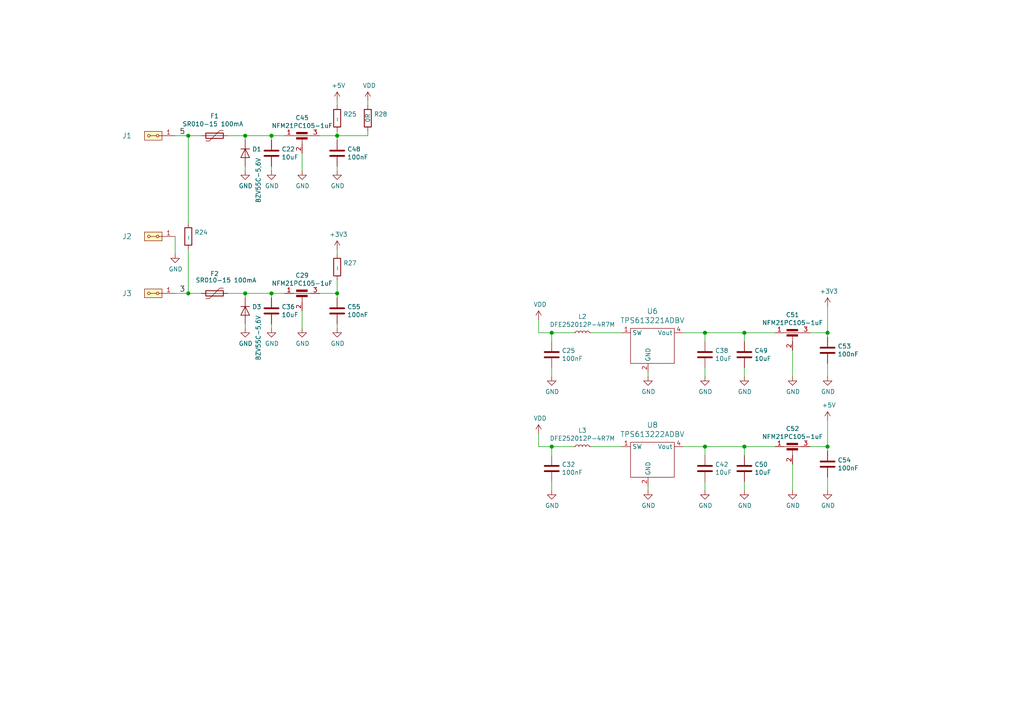
<source format=kicad_sch>
(kicad_sch (version 20211123) (generator eeschema)
  (paper "A4")
  (title_block (date "%F"))
  (lib_symbols
    (symbol "Device:L_Small" (pin_numbers hide) (pin_names (offset 0.254) hide)
      (property "Reference" "L" (at 0.762 1.016 0))
      (property "Value" "L_Small" (at 0.762 -1.016 0))
      (symbol "L_Small_0_1"
        (arc (start 0 -2.032) (mid 0.508 -1.524) (end 0 -1.016))
        (arc (start 0 -1.016) (mid 0.508 -0.508) (end 0 0))
        (arc (start 0 0) (mid 0.508 0.508) (end 0 1.016))
        (arc (start 0 1.016) (mid 0.508 1.524) (end 0 2.032))
      )
      (symbol "L_Small_1_1"
        (pin passive line (at 0 2.54 270) (length 0.508) (name "~") (number "1"))
        (pin passive line (at 0 -2.54 90) (length 0.508) (name "~") (number "2"))
      )
    )
    (symbol "Device:R" (pin_numbers hide) (pin_names (offset 0))
      (property "Reference" "R" (at 2.032 0 90))
      (property "Value" "R" (at 0 0 90))
      (symbol "R_0_1"
        (rectangle (start -1.016 -2.54) (end 1.016 2.54) (stroke (width 0.254)))
      )
      (symbol "R_1_1"
        (pin passive line (at 0 3.81 270) (length 1.27) (name "~") (number "1"))
        (pin passive line (at 0 -3.81 90) (length 1.27) (name "~") (number "2"))
      )
    )
    (symbol "MLAB_HEADER:HEADER_2x01_PARALLEL" (pin_names (offset 1.016))
      (property "Reference" "J" (at 0 -2.54 0))
      (property "Value" "HEADER_2x01_PARALLEL" (at 0 2.54 0))
      (symbol "HEADER_2x01_PARALLEL_0_1"
        (rectangle (start -2.54 1.27) (end 2.54 -1.27) (fill (type background)))
        (circle (center -1.27 0) (radius 0.381))
        (polyline (pts (xy -1.651 0) (xy -2.54 0)))
        (polyline (pts (xy -0.889 0) (xy 0.889 0)))
        (circle (center 1.27 0) (radius 0.381))
      )
      (symbol "HEADER_2x01_PARALLEL_1_1"
        (pin input line (at -6.35 0 0) (length 3.81) (name "~") (number "1"))
        (pin input line (at -6.35 0 0) (length 3.81) hide (name "~") (number "2"))
      )
    )
    (symbol "MLAB_IO:TPS61322xA"
      (property "Reference" "U" (at 0 0 0))
      (property "Value" "TPS61322xA" (at 7.62 7.62 0))
      (symbol "TPS61322xA_0_1"
        (rectangle (start -5.08 3.81) (end 7.62 -6.35))
      )
      (symbol "TPS61322xA_1_1"
        (pin unspecified line (at -7.62 2.54 0) (length 2.54) (name "SW") (number "1"))
        (pin unspecified line (at 0 -8.89 90) (length 2.54) (name "GND") (number "2"))
        (pin unspecified line (at 10.16 2.54 180) (length 2.54) (name "Vout") (number "4"))
      )
    )
    (symbol "SPACEDOS01A_PCB01A-rescue:C-device-DATALOGGER01A-rescue-CCP2019V01A-rescue" (pin_numbers hide) (pin_names (offset 0.254))
      (property "Reference" "C" (at 0.635 2.54 0))
      (property "Value" "C-device-DATALOGGER01A-rescue-CCP2019V01A-rescue" (at 0.635 -2.54 0))
      (symbol "C-device-DATALOGGER01A-rescue-CCP2019V01A-rescue_0_1"
        (polyline (pts (xy -2.032 -0.762) (xy 2.032 -0.762)) (stroke (width 0.508)))
        (polyline (pts (xy -2.032 0.762) (xy 2.032 0.762)) (stroke (width 0.508)))
      )
      (symbol "C-device-DATALOGGER01A-rescue-CCP2019V01A-rescue_1_1"
        (pin passive line (at 0 3.81 270) (length 2.794) (name "~") (number "1"))
        (pin passive line (at 0 -3.81 90) (length 2.794) (name "~") (number "2"))
      )
    )
    (symbol "SPACEDOS01A_PCB01A-rescue:D-device-DATALOGGER01A-rescue-CCP2019V01A-rescue" (pin_numbers hide) (pin_names (offset 1.016) hide)
      (property "Reference" "D" (at 0 2.54 0))
      (property "Value" "D-device-DATALOGGER01A-rescue-CCP2019V01A-rescue" (at 0 -2.54 0))
      (symbol "D-device-DATALOGGER01A-rescue-CCP2019V01A-rescue_0_1"
        (polyline (pts (xy -1.27 1.27) (xy -1.27 -1.27)) (stroke (width 0.2032)))
        (polyline (pts (xy 1.27 0) (xy -1.27 0)))
        (polyline (pts (xy 1.27 1.27) (xy 1.27 -1.27) (xy -1.27 0) (xy 1.27 1.27)) (stroke (width 0.2032)))
      )
      (symbol "D-device-DATALOGGER01A-rescue-CCP2019V01A-rescue_1_1"
        (pin passive line (at -3.81 0 0) (length 2.54) (name "K") (number "1"))
        (pin passive line (at 3.81 0 180) (length 2.54) (name "A") (number "2"))
      )
    )
    (symbol "SPACEDOS01A_PCB01A-rescue:EMI_Filter_C-device-DATALOGGER01A-rescue-CCP2019V01A-rescue" (pin_names (offset 0.254) hide)
      (property "Reference" "C" (at 0 7.62 0))
      (property "Value" "EMI_Filter_C-device-DATALOGGER01A-rescue-CCP2019V01A-rescue" (at 0 5.715 0))
      (symbol "EMI_Filter_C-device-DATALOGGER01A-rescue-CCP2019V01A-rescue_0_1"
        (rectangle (start -1.651 1.524) (end 1.524 2.032) (fill (type outline)))
        (polyline (pts (xy -2.54 2.54) (xy 2.54 2.54)))
        (polyline (pts (xy 0 0) (xy 0 1.778)))
        (rectangle (start 1.524 3.048) (end -1.651 3.556) (fill (type outline)))
      )
      (symbol "EMI_Filter_C-device-DATALOGGER01A-rescue-CCP2019V01A-rescue_1_1"
        (pin passive line (at -5.08 2.54 0) (length 2.54) (name "1") (number "1"))
        (pin passive line (at 0 -2.54 90) (length 2.54) (name "2") (number "2"))
        (pin passive line (at 5.08 2.54 180) (length 2.54) (name "3") (number "3"))
      )
    )
    (symbol "SPACEDOS01A_PCB01A-rescue:Polyfuse-device-DATALOGGER01A-rescue-CCP2019V01A-rescue" (pin_numbers hide) (pin_names (offset 0))
      (property "Reference" "F" (at -2.54 0 90))
      (property "Value" "Polyfuse-device-DATALOGGER01A-rescue-CCP2019V01A-rescue" (at 2.54 0 90))
      (symbol "Polyfuse-device-DATALOGGER01A-rescue-CCP2019V01A-rescue_0_1"
        (rectangle (start -0.762 2.54) (end 0.762 -2.54) (stroke (width 0.254)))
        (polyline (pts (xy 0 2.54) (xy 0 -2.54)))
        (polyline (pts (xy -1.524 2.54) (xy -1.524 1.524) (xy 1.524 -1.524) (xy 1.524 -2.54)))
      )
      (symbol "Polyfuse-device-DATALOGGER01A-rescue-CCP2019V01A-rescue_1_1"
        (pin passive line (at 0 3.81 270) (length 1.27) (name "~") (number "1"))
        (pin passive line (at 0 -3.81 90) (length 1.27) (name "~") (number "2"))
      )
    )
    (symbol "power:+3.3V" (power) (pin_names (offset 0))
      (property "Value" "+3.3V" (at 0 3.556 0))
      (symbol "+3.3V_0_1"
        (polyline (pts (xy -0.762 1.27) (xy 0 2.54)))
        (polyline (pts (xy 0 0) (xy 0 2.54)))
        (polyline (pts (xy 0 2.54) (xy 0.762 1.27)))
      )
      (symbol "+3.3V_1_1"
        (pin power_in line (at 0 0 90) (length 0) hide (name "+3V3") (number "1"))
      )
    )
    (symbol "power:+5V" (power) (pin_names (offset 0))
      (property "Value" "+5V" (at 0 3.556 0))
      (symbol "+5V_0_1"
        (polyline (pts (xy -0.762 1.27) (xy 0 2.54)))
        (polyline (pts (xy 0 0) (xy 0 2.54)))
        (polyline (pts (xy 0 2.54) (xy 0.762 1.27)))
      )
      (symbol "+5V_1_1"
        (pin power_in line (at 0 0 90) (length 0) hide (name "+5V") (number "1"))
      )
    )
    (symbol "power:GND" (power) (pin_names (offset 0))
      (property "Value" "GND" (at 0 -3.81 0))
      (symbol "GND_0_1"
        (polyline (pts (xy 0 0) (xy 0 -1.27) (xy 1.27 -1.27) (xy 0 -2.54) (xy -1.27 -1.27) (xy 0 -1.27)))
      )
      (symbol "GND_1_1"
        (pin power_in line (at 0 0 270) (length 0) hide (name "GND") (number "1"))
      )
    )
    (symbol "power:VDD" (power) (pin_names (offset 0))
      (property "Value" "VDD" (at 0 3.81 0))
      (symbol "VDD_0_1"
        (polyline (pts (xy -0.762 1.27) (xy 0 2.54)))
        (polyline (pts (xy 0 0) (xy 0 2.54)))
        (polyline (pts (xy 0 2.54) (xy 0.762 1.27)))
      )
      (symbol "VDD_1_1"
        (pin power_in line (at 0 0 90) (length 0) hide (name "VDD") (number "1"))
      )
    )
  )
  (junction (at 204.47 96.52) (diameter 1.016))
  (junction (at 97.79 85.09) (diameter 1.016))
  (junction (at 160.02 96.52) (diameter 1.016))
  (junction (at 240.03 96.52) (diameter 1.016))
  (junction (at 54.61 85.09) (diameter 1.016))
  (junction (at 71.12 39.37) (diameter 1.016))
  (junction (at 215.9 129.54) (diameter 1.016))
  (junction (at 160.02 129.54) (diameter 1.016))
  (junction (at 78.74 39.37) (diameter 1.016))
  (junction (at 204.47 129.54) (diameter 1.016))
  (junction (at 240.03 129.54) (diameter 1.016))
  (junction (at 78.74 85.09) (diameter 1.016))
  (junction (at 97.79 39.37) (diameter 1.016))
  (junction (at 71.12 85.09) (diameter 1.016))
  (junction (at 215.9 96.52) (diameter 1.016))
  (junction (at 54.61 39.37) (diameter 1.016))
  (wire (pts (xy 204.47 96.52) (xy 215.9 96.52)))
  (wire (pts (xy 240.03 105.41) (xy 240.03 109.22)))
  (wire (pts (xy 215.9 129.54) (xy 224.79 129.54)))
  (wire (pts (xy 78.74 40.64) (xy 78.74 39.37)))
  (wire (pts (xy 156.21 129.54) (xy 160.02 129.54)))
  (wire (pts (xy 71.12 85.09) (xy 78.74 85.09)))
  (wire (pts (xy 78.74 86.36) (xy 78.74 85.09)))
  (wire (pts (xy 66.04 85.09) (xy 71.12 85.09)))
  (wire (pts (xy 106.68 39.37) (xy 106.68 38.1)))
  (wire (pts (xy 54.61 72.39) (xy 54.61 85.09)))
  (wire (pts (xy 78.74 93.98) (xy 78.74 95.25)))
  (wire (pts (xy 71.12 40.64) (xy 71.12 39.37)))
  (wire (pts (xy 215.9 96.52) (xy 224.79 96.52)))
  (wire (pts (xy 204.47 99.06) (xy 204.47 96.52)))
  (wire (pts (xy 54.61 85.09) (xy 58.42 85.09)))
  (wire (pts (xy 78.74 48.26) (xy 78.74 49.53)))
  (wire (pts (xy 71.12 39.37) (xy 78.74 39.37)))
  (wire (pts (xy 87.63 44.45) (xy 87.63 49.53)))
  (wire (pts (xy 156.21 96.52) (xy 160.02 96.52)))
  (wire (pts (xy 229.87 134.62) (xy 229.87 142.24)))
  (wire (pts (xy 240.03 138.43) (xy 240.03 142.24)))
  (wire (pts (xy 204.47 142.24) (xy 204.47 139.7)))
  (wire (pts (xy 97.79 95.25) (xy 97.79 93.98)))
  (wire (pts (xy 187.96 109.22) (xy 187.96 107.95)))
  (wire (pts (xy 97.79 39.37) (xy 106.68 39.37)))
  (wire (pts (xy 97.79 73.66) (xy 97.79 72.39)))
  (wire (pts (xy 97.79 85.09) (xy 97.79 86.36)))
  (wire (pts (xy 71.12 86.36) (xy 71.12 85.09)))
  (wire (pts (xy 50.8 68.58) (xy 50.8 73.66)))
  (wire (pts (xy 160.02 106.68) (xy 160.02 109.22)))
  (wire (pts (xy 204.47 129.54) (xy 215.9 129.54)))
  (wire (pts (xy 156.21 92.71) (xy 156.21 96.52)))
  (wire (pts (xy 215.9 132.08) (xy 215.9 129.54)))
  (wire (pts (xy 106.68 29.21) (xy 106.68 30.48)))
  (wire (pts (xy 97.79 30.48) (xy 97.79 29.21)))
  (wire (pts (xy 50.8 39.37) (xy 54.61 39.37)))
  (wire (pts (xy 160.02 129.54) (xy 160.02 132.08)))
  (wire (pts (xy 234.95 96.52) (xy 240.03 96.52)))
  (wire (pts (xy 97.79 39.37) (xy 97.79 40.64)))
  (wire (pts (xy 160.02 129.54) (xy 166.37 129.54)))
  (wire (pts (xy 78.74 85.09) (xy 82.55 85.09)))
  (wire (pts (xy 66.04 39.37) (xy 71.12 39.37)))
  (wire (pts (xy 171.45 129.54) (xy 180.34 129.54)))
  (wire (pts (xy 160.02 139.7) (xy 160.02 142.24)))
  (wire (pts (xy 204.47 109.22) (xy 204.47 106.68)))
  (wire (pts (xy 198.12 129.54) (xy 204.47 129.54)))
  (wire (pts (xy 229.87 101.6) (xy 229.87 109.22)))
  (wire (pts (xy 215.9 109.22) (xy 215.9 106.68)))
  (wire (pts (xy 54.61 39.37) (xy 58.42 39.37)))
  (wire (pts (xy 240.03 129.54) (xy 240.03 130.81)))
  (wire (pts (xy 240.03 88.9) (xy 240.03 96.52)))
  (wire (pts (xy 50.8 85.09) (xy 54.61 85.09)))
  (wire (pts (xy 87.63 90.17) (xy 87.63 95.25)))
  (wire (pts (xy 240.03 96.52) (xy 240.03 97.79)))
  (wire (pts (xy 171.45 96.52) (xy 180.34 96.52)))
  (wire (pts (xy 156.21 125.73) (xy 156.21 129.54)))
  (wire (pts (xy 78.74 39.37) (xy 82.55 39.37)))
  (wire (pts (xy 92.71 85.09) (xy 97.79 85.09)))
  (wire (pts (xy 97.79 49.53) (xy 97.79 48.26)))
  (wire (pts (xy 97.79 38.1) (xy 97.79 39.37)))
  (wire (pts (xy 92.71 39.37) (xy 97.79 39.37)))
  (wire (pts (xy 198.12 96.52) (xy 204.47 96.52)))
  (wire (pts (xy 160.02 96.52) (xy 166.37 96.52)))
  (wire (pts (xy 234.95 129.54) (xy 240.03 129.54)))
  (wire (pts (xy 160.02 96.52) (xy 160.02 99.06)))
  (wire (pts (xy 215.9 99.06) (xy 215.9 96.52)))
  (wire (pts (xy 204.47 132.08) (xy 204.47 129.54)))
  (wire (pts (xy 240.03 121.92) (xy 240.03 129.54)))
  (wire (pts (xy 97.79 81.28) (xy 97.79 85.09)))
  (wire (pts (xy 54.61 39.37) (xy 54.61 64.77)))
  (wire (pts (xy 215.9 142.24) (xy 215.9 139.7)))
  (wire (pts (xy 187.96 142.24) (xy 187.96 140.97)))
  (wire (pts (xy 71.12 95.25) (xy 71.12 93.98)))
  (wire (pts (xy 71.12 49.53) (xy 71.12 48.26)))
  (label "5" (at 52.07 39.37 0) (effects (font (size 1.524 1.524))))
  (label "3" (at 52.07 85.09 0) (effects (font (size 1.524 1.524))))
  (symbol (lib_id "MLAB_HEADER:HEADER_2x01_PARALLEL") (at 44.45 39.37 180) (unit 1)
    (property "Reference" "J1" (at 36.83 39.37 0) (effects (font (size 1.524 1.524))))
    (property "Value" "HEADER_2x01_PARALLEL" (effects hide))
    (property "Footprint" "Mlab_Pin_Headers:Straight_1x02" (effects hide))
  )
  (symbol (lib_id "SPACEDOS01A_PCB01A-rescue:D-device-DATALOGGER01A-rescue-CCP2019V01A-rescue") (at 71.12 90.17 270) (unit 1)
    (property "Reference" "D3" (at 73.1266 89.0016 90) (effects (justify left)))
    (property "Value" "BZV55C-5,6V" (at 74.93 91.44 0) (effects (justify left)))
    (property "Footprint" "Diode_SMD:D_MiniMELF" (effects hide))
  )
  (symbol (lib_id "power:GND") (at 71.12 95.25 0) (unit 1)
    (property "Reference" "#PWR0113" (effects hide))
    (property "Value" "GND" (at 71.247 99.6442 0))
  )
  (symbol (lib_id "SPACEDOS01A_PCB01A-rescue:EMI_Filter_C-device-DATALOGGER01A-rescue-CCP2019V01A-rescue") (at 87.63 87.63 0) (unit 1)
    (property "Reference" "C29" (at 87.63 79.883 0))
    (property "Value" "NFM21PC105-1uF" (at 87.63 82.1944 0))
    (property "Footprint" "Mlab_L:FIR1" (effects hide))
    (property "Datasheet" "http://www.murata.com/~/media/webrenewal/support/library/catalog/products/emc/emifil/c31e.ashx?la=en-gb" (effects hide))
  )
  (symbol (lib_id "SPACEDOS01A_PCB01A-rescue:C-device-DATALOGGER01A-rescue-CCP2019V01A-rescue") (at 97.79 90.17 0) (unit 1)
    (property "Reference" "C55" (at 100.711 89.0016 0) (effects (justify left)))
    (property "Value" "100nF" (at 100.711 91.313 0) (effects (justify left)))
    (property "Footprint" "Mlab_R:SMD-0805" (effects hide))
  )
  (symbol (lib_id "power:GND") (at 78.74 95.25 0) (unit 1)
    (property "Reference" "#PWR0114" (effects hide))
    (property "Value" "GND" (at 78.867 99.6442 0))
  )
  (symbol (lib_id "power:GND") (at 97.79 95.25 0) (unit 1)
    (property "Reference" "#PWR0137" (effects hide))
    (property "Value" "GND" (at 97.917 99.6442 0))
  )
  (symbol (lib_id "power:GND") (at 87.63 95.25 0) (unit 1)
    (property "Reference" "#PWR0139" (effects hide))
    (property "Value" "GND" (at 87.757 99.6442 0))
  )
  (symbol (lib_id "SPACEDOS01A_PCB01A-rescue:Polyfuse-device-DATALOGGER01A-rescue-CCP2019V01A-rescue") (at 62.23 85.09 270) (unit 1)
    (property "Reference" "F2" (at 62.23 79.375 90))
    (property "Value" "SR010-15 100mA " (at 66.04 81.28 90))
    (property "Footprint" "Mlab_R:SMD-0805" (effects hide))
  )
  (symbol (lib_id "MLAB_HEADER:HEADER_2x01_PARALLEL") (at 44.45 85.09 180) (unit 1)
    (property "Reference" "J3" (at 36.83 85.09 0) (effects (font (size 1.524 1.524))))
    (property "Value" "HEADER_2x01_PARALLEL" (effects hide))
    (property "Footprint" "Mlab_Pin_Headers:Straight_1x02" (effects hide))
  )
  (symbol (lib_id "Device:R") (at 54.61 68.58 0) (unit 1)
    (property "Reference" "R24" (at 56.388 67.4116 0) (effects (justify left)))
    (property "Value" "-" (at 54.61 69.85 90) (effects (justify left)))
    (property "Footprint" "Mlab_R:SMD-0805" (effects hide))
  )
  (symbol (lib_id "MLAB_HEADER:HEADER_2x01_PARALLEL") (at 44.45 68.58 180) (unit 1)
    (property "Reference" "J2" (at 36.83 68.58 0) (effects (font (size 1.524 1.524))))
    (property "Value" "HEADER_2x01_PARALLEL" (effects hide))
    (property "Footprint" "Mlab_Pin_Headers:Straight_1x02" (effects hide))
  )
  (symbol (lib_id "power:GND") (at 50.8 73.66 0) (unit 1)
    (property "Reference" "#PWR0141" (effects hide))
    (property "Value" "GND" (at 50.927 78.0542 0))
  )
  (symbol (lib_id "power:+5V") (at 97.79 29.21 0) (unit 1)
    (property "Reference" "#PWR0172" (effects hide))
    (property "Value" "+5V" (at 98.171 24.8158 0))
  )
  (symbol (lib_id "Device:R") (at 97.79 77.47 0) (unit 1)
    (property "Reference" "R27" (at 99.568 76.3016 0) (effects (justify left)))
    (property "Value" "-" (at 97.79 78.74 90) (effects (justify left)))
    (property "Footprint" "Mlab_R:SMD-0805" (effects hide))
  )
  (symbol (lib_id "power:+3.3V") (at 97.79 72.39 0) (unit 1)
    (property "Reference" "#PWR0173" (effects hide))
    (property "Value" "+3.3V" (at 98.171 67.9958 0))
  )
  (symbol (lib_id "Device:R") (at 97.79 34.29 0) (unit 1)
    (property "Reference" "R25" (at 99.568 33.1216 0) (effects (justify left)))
    (property "Value" "-" (at 97.79 35.56 90) (effects (justify left)))
    (property "Footprint" "Mlab_R:SMD-0805" (effects hide))
  )
  (symbol (lib_id "Device:R") (at 106.68 34.29 0) (unit 1)
    (property "Reference" "R28" (at 108.458 33.1216 0) (effects (justify left)))
    (property "Value" "0R" (at 106.68 35.56 90) (effects (justify left)))
    (property "Footprint" "Mlab_R:SMD-0805" (effects hide))
  )
  (symbol (lib_id "power:VDD") (at 106.68 29.21 0) (unit 1)
    (property "Reference" "#PWR0174" (effects hide))
    (property "Value" "VDD" (at 107.1118 24.8158 0))
  )
  (symbol (lib_id "SPACEDOS01A_PCB01A-rescue:C-device-DATALOGGER01A-rescue-CCP2019V01A-rescue") (at 78.74 44.45 0) (unit 1)
    (property "Reference" "C22" (at 81.661 43.2816 0) (effects (justify left)))
    (property "Value" "10uF" (at 81.661 45.593 0) (effects (justify left)))
    (property "Footprint" "Mlab_R:SMD-0805" (effects hide))
  )
  (symbol (lib_id "SPACEDOS01A_PCB01A-rescue:C-device-DATALOGGER01A-rescue-CCP2019V01A-rescue") (at 78.74 90.17 0) (unit 1)
    (property "Reference" "C36" (at 81.661 89.0016 0) (effects (justify left)))
    (property "Value" "10uF" (at 81.661 91.313 0) (effects (justify left)))
    (property "Footprint" "Mlab_R:SMD-0805" (effects hide))
  )
  (symbol (lib_id "SPACEDOS01A_PCB01A-rescue:D-device-DATALOGGER01A-rescue-CCP2019V01A-rescue") (at 71.12 44.45 270) (unit 1)
    (property "Reference" "D1" (at 73.1266 43.2816 90) (effects (justify left)))
    (property "Value" "BZV55C-5,6V" (at 74.93 45.72 0) (effects (justify left)))
    (property "Footprint" "Diode_SMD:D_MiniMELF" (effects hide))
  )
  (symbol (lib_id "power:GND") (at 71.12 49.53 0) (unit 1)
    (property "Reference" "#PWR0115" (effects hide))
    (property "Value" "GND" (at 71.247 53.9242 0))
  )
  (symbol (lib_id "SPACEDOS01A_PCB01A-rescue:EMI_Filter_C-device-DATALOGGER01A-rescue-CCP2019V01A-rescue") (at 87.63 41.91 0) (unit 1)
    (property "Reference" "C45" (at 87.63 34.163 0))
    (property "Value" "NFM21PC105-1uF" (at 87.63 36.4744 0))
    (property "Footprint" "Mlab_L:FIR1" (effects hide))
    (property "Datasheet" "http://www.murata.com/~/media/webrenewal/support/library/catalog/products/emc/emifil/c31e.ashx?la=en-gb" (effects hide))
  )
  (symbol (lib_id "SPACEDOS01A_PCB01A-rescue:C-device-DATALOGGER01A-rescue-CCP2019V01A-rescue") (at 97.79 44.45 0) (unit 1)
    (property "Reference" "C48" (at 100.711 43.2816 0) (effects (justify left)))
    (property "Value" "100nF" (at 100.711 45.593 0) (effects (justify left)))
    (property "Footprint" "Mlab_R:SMD-0805" (effects hide))
  )
  (symbol (lib_id "power:GND") (at 78.74 49.53 0) (unit 1)
    (property "Reference" "#PWR0125" (effects hide))
    (property "Value" "GND" (at 78.867 53.9242 0))
  )
  (symbol (lib_id "power:GND") (at 97.79 49.53 0) (unit 1)
    (property "Reference" "#PWR0138" (effects hide))
    (property "Value" "GND" (at 97.917 53.9242 0))
  )
  (symbol (lib_id "power:GND") (at 87.63 49.53 0) (unit 1)
    (property "Reference" "#PWR0140" (effects hide))
    (property "Value" "GND" (at 87.757 53.9242 0))
  )
  (symbol (lib_id "SPACEDOS01A_PCB01A-rescue:Polyfuse-device-DATALOGGER01A-rescue-CCP2019V01A-rescue") (at 62.23 39.37 270) (unit 1)
    (property "Reference" "F1" (at 62.23 33.655 90))
    (property "Value" "SR010-15 100mA " (at 62.23 35.9664 90))
    (property "Footprint" "Mlab_R:SMD-0805" (effects hide))
  )
  (symbol (lib_id "Device:L_Small") (at 168.91 96.52 90) (unit 1)
    (property "Reference" "L2" (at 168.91 91.821 90))
    (property "Value" "DFE252012P-4R7M" (at 168.91 94.1324 90))
    (property "Footprint" "Resistor_SMD:R_0805_2012Metric_Pad1.15x1.40mm_HandSolder" (effects hide))
  )
  (symbol (lib_id "MLAB_IO:TPS61322xA") (at 187.96 99.06 0) (unit 1)
    (property "Reference" "U6" (at 189.23 90.2462 0) (effects (font (size 1.524 1.524))))
    (property "Value" "TPS613221ADBV" (at 189.23 92.9386 0) (effects (font (size 1.524 1.524))))
    (property "Footprint" "Package_TO_SOT_SMD:SOT-23-5" (effects hide))
  )
  (symbol (lib_id "SPACEDOS01A_PCB01A-rescue:C-device-DATALOGGER01A-rescue-CCP2019V01A-rescue") (at 204.47 102.87 0) (unit 1)
    (property "Reference" "C38" (at 207.391 101.7016 0) (effects (justify left)))
    (property "Value" "10uF" (at 207.391 104.013 0) (effects (justify left)))
    (property "Footprint" "Mlab_R:SMD-0805" (effects hide))
  )
  (symbol (lib_id "SPACEDOS01A_PCB01A-rescue:C-device-DATALOGGER01A-rescue-CCP2019V01A-rescue") (at 215.9 102.87 0) (unit 1)
    (property "Reference" "C49" (at 218.821 101.7016 0) (effects (justify left)))
    (property "Value" "10uF" (at 218.821 104.013 0) (effects (justify left)))
    (property "Footprint" "Mlab_R:SMD-0805" (effects hide))
  )
  (symbol (lib_id "power:VDD") (at 156.21 92.71 0) (unit 1)
    (property "Reference" "#PWR0148" (effects hide))
    (property "Value" "VDD" (at 156.6418 88.3158 0))
  )
  (symbol (lib_id "power:GND") (at 187.96 109.22 0) (unit 1)
    (property "Reference" "#PWR0149" (effects hide))
    (property "Value" "GND" (at 188.087 113.6142 0))
  )
  (symbol (lib_id "power:GND") (at 204.47 109.22 0) (unit 1)
    (property "Reference" "#PWR0150" (effects hide))
    (property "Value" "GND" (at 204.597 113.6142 0))
  )
  (symbol (lib_id "power:GND") (at 215.9 109.22 0) (unit 1)
    (property "Reference" "#PWR0151" (effects hide))
    (property "Value" "GND" (at 216.027 113.6142 0))
  )
  (symbol (lib_id "power:+5V") (at 240.03 121.92 0) (unit 1)
    (property "Reference" "#PWR0152" (effects hide))
    (property "Value" "+5V" (at 240.411 117.5258 0))
  )
  (symbol (lib_id "power:+3.3V") (at 240.03 88.9 0) (unit 1)
    (property "Reference" "#PWR0155" (effects hide))
    (property "Value" "+3.3V" (at 240.411 84.5058 0))
  )
  (symbol (lib_id "SPACEDOS01A_PCB01A-rescue:C-device-DATALOGGER01A-rescue-CCP2019V01A-rescue") (at 160.02 102.87 0) (unit 1)
    (property "Reference" "C25" (at 162.941 101.7016 0) (effects (justify left)))
    (property "Value" "100nF" (at 162.941 104.013 0) (effects (justify left)))
    (property "Footprint" "Mlab_R:SMD-0805" (effects hide))
  )
  (symbol (lib_id "power:GND") (at 160.02 109.22 0) (unit 1)
    (property "Reference" "#PWR0157" (effects hide))
    (property "Value" "GND" (at 160.147 113.6142 0))
  )
  (symbol (lib_id "SPACEDOS01A_PCB01A-rescue:EMI_Filter_C-device-DATALOGGER01A-rescue-CCP2019V01A-rescue") (at 229.87 99.06 0) (unit 1)
    (property "Reference" "C51" (at 229.87 91.313 0))
    (property "Value" "NFM21PC105-1uF" (at 229.87 93.6244 0))
    (property "Footprint" "Mlab_L:FIR1" (effects hide))
    (property "Datasheet" "http://www.murata.com/~/media/webrenewal/support/library/catalog/products/emc/emifil/c31e.ashx?la=en-gb" (effects hide))
  )
  (symbol (lib_id "SPACEDOS01A_PCB01A-rescue:C-device-DATALOGGER01A-rescue-CCP2019V01A-rescue") (at 240.03 101.6 0) (unit 1)
    (property "Reference" "C53" (at 242.951 100.4316 0) (effects (justify left)))
    (property "Value" "100nF" (at 242.951 102.743 0) (effects (justify left)))
    (property "Footprint" "Mlab_R:SMD-0805" (effects hide))
  )
  (symbol (lib_id "power:GND") (at 240.03 109.22 0) (unit 1)
    (property "Reference" "#PWR0159" (effects hide))
    (property "Value" "GND" (at 240.157 113.6142 0))
  )
  (symbol (lib_id "power:GND") (at 229.87 109.22 0) (unit 1)
    (property "Reference" "#PWR0160" (effects hide))
    (property "Value" "GND" (at 229.997 113.6142 0))
  )
  (symbol (lib_id "Device:L_Small") (at 168.91 129.54 90) (unit 1)
    (property "Reference" "L3" (at 168.91 124.841 90))
    (property "Value" "DFE252012P-4R7M" (at 168.91 127.1524 90))
    (property "Footprint" "Resistor_SMD:R_0805_2012Metric_Pad1.15x1.40mm_HandSolder" (effects hide))
  )
  (symbol (lib_id "MLAB_IO:TPS61322xA") (at 187.96 132.08 0) (unit 1)
    (property "Reference" "U8" (at 189.23 123.2662 0) (effects (font (size 1.524 1.524))))
    (property "Value" "TPS613222ADBV" (at 189.23 125.9586 0) (effects (font (size 1.524 1.524))))
    (property "Footprint" "Package_TO_SOT_SMD:SOT-23-5" (effects hide))
  )
  (symbol (lib_id "SPACEDOS01A_PCB01A-rescue:C-device-DATALOGGER01A-rescue-CCP2019V01A-rescue") (at 204.47 135.89 0) (unit 1)
    (property "Reference" "C42" (at 207.391 134.7216 0) (effects (justify left)))
    (property "Value" "10uF" (at 207.391 137.033 0) (effects (justify left)))
    (property "Footprint" "Mlab_R:SMD-0805" (effects hide))
  )
  (symbol (lib_id "SPACEDOS01A_PCB01A-rescue:C-device-DATALOGGER01A-rescue-CCP2019V01A-rescue") (at 215.9 135.89 0) (unit 1)
    (property "Reference" "C50" (at 218.821 134.7216 0) (effects (justify left)))
    (property "Value" "10uF" (at 218.821 137.033 0) (effects (justify left)))
    (property "Footprint" "Mlab_R:SMD-0805" (effects hide))
  )
  (symbol (lib_id "power:VDD") (at 156.21 125.73 0) (unit 1)
    (property "Reference" "#PWR0161" (effects hide))
    (property "Value" "VDD" (at 156.6418 121.3358 0))
  )
  (symbol (lib_id "power:GND") (at 187.96 142.24 0) (unit 1)
    (property "Reference" "#PWR0163" (effects hide))
    (property "Value" "GND" (at 188.087 146.6342 0))
  )
  (symbol (lib_id "power:GND") (at 204.47 142.24 0) (unit 1)
    (property "Reference" "#PWR0164" (effects hide))
    (property "Value" "GND" (at 204.597 146.6342 0))
  )
  (symbol (lib_id "power:GND") (at 215.9 142.24 0) (unit 1)
    (property "Reference" "#PWR0166" (effects hide))
    (property "Value" "GND" (at 216.027 146.6342 0))
  )
  (symbol (lib_id "SPACEDOS01A_PCB01A-rescue:C-device-DATALOGGER01A-rescue-CCP2019V01A-rescue") (at 160.02 135.89 0) (unit 1)
    (property "Reference" "C32" (at 162.941 134.7216 0) (effects (justify left)))
    (property "Value" "100nF" (at 162.941 137.033 0) (effects (justify left)))
    (property "Footprint" "Mlab_R:SMD-0805" (effects hide))
  )
  (symbol (lib_id "power:GND") (at 160.02 142.24 0) (unit 1)
    (property "Reference" "#PWR0168" (effects hide))
    (property "Value" "GND" (at 160.147 146.6342 0))
  )
  (symbol (lib_id "SPACEDOS01A_PCB01A-rescue:EMI_Filter_C-device-DATALOGGER01A-rescue-CCP2019V01A-rescue") (at 229.87 132.08 0) (unit 1)
    (property "Reference" "C52" (at 229.87 124.333 0))
    (property "Value" "NFM21PC105-1uF" (at 229.87 126.6444 0))
    (property "Footprint" "Mlab_L:FIR1" (effects hide))
    (property "Datasheet" "http://www.murata.com/~/media/webrenewal/support/library/catalog/products/emc/emifil/c31e.ashx?la=en-gb" (effects hide))
  )
  (symbol (lib_id "SPACEDOS01A_PCB01A-rescue:C-device-DATALOGGER01A-rescue-CCP2019V01A-rescue") (at 240.03 134.62 0) (unit 1)
    (property "Reference" "C54" (at 242.951 133.4516 0) (effects (justify left)))
    (property "Value" "100nF" (at 242.951 135.763 0) (effects (justify left)))
    (property "Footprint" "Mlab_R:SMD-0805" (effects hide))
  )
  (symbol (lib_id "power:GND") (at 240.03 142.24 0) (unit 1)
    (property "Reference" "#PWR0170" (effects hide))
    (property "Value" "GND" (at 240.157 146.6342 0))
  )
  (symbol (lib_id "power:GND") (at 229.87 142.24 0) (unit 1)
    (property "Reference" "#PWR0171" (effects hide))
    (property "Value" "GND" (at 229.997 146.6342 0))
  )
)
</source>
